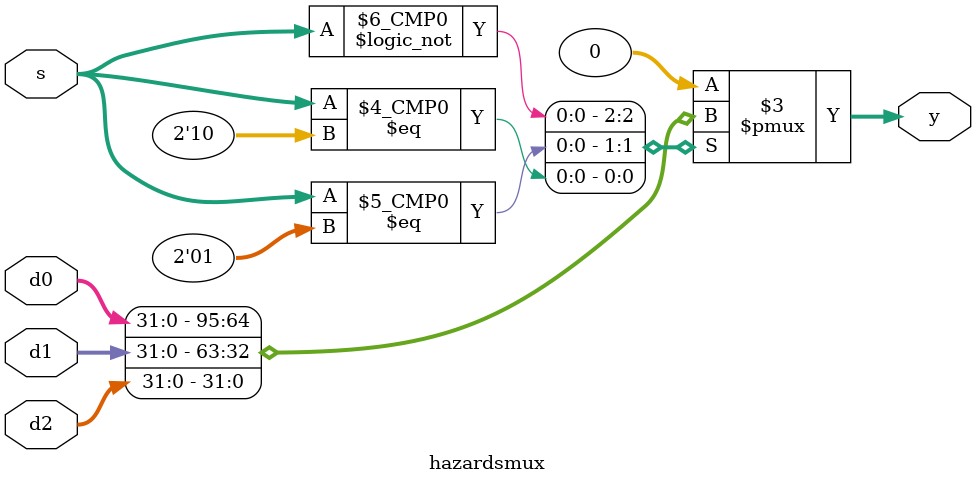
<source format=sv>
module hazardsmux #(parameter WIDTH = 32)
		(input logic [WIDTH-1:0] d0, d1, d2,
		 input logic [1:0] s,
		 output logic [WIDTH-1:0] y);
	
		always_comb begin
				case (s)
					2'b00: begin
						y = d0;
					end
					2'b01: begin
						y = d1;
					end
					2'b10: begin
						y = d2;
					end
					default: begin
						y = 32'b0;
					end
				endcase	
		end
endmodule
</source>
